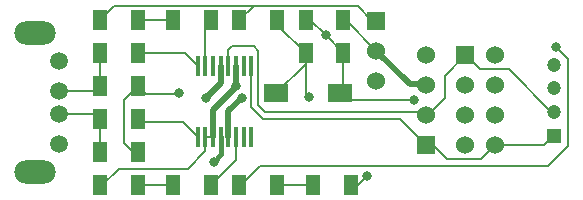
<source format=gtl>
G04 (created by PCBNEW (2013-07-07 BZR 4022)-stable) date 25/03/2015 14:08:15*
%MOIN*%
G04 Gerber Fmt 3.4, Leading zero omitted, Abs format*
%FSLAX34Y34*%
G01*
G70*
G90*
G04 APERTURE LIST*
%ADD10C,0.00590551*%
%ADD11R,0.0472441X0.0669291*%
%ADD12R,0.0472441X0.0472441*%
%ADD13C,0.0472441*%
%ADD14R,0.0118X0.0708661*%
%ADD15O,0.137795X0.0787402*%
%ADD16C,0.0590551*%
%ADD17R,0.0787402X0.0629921*%
%ADD18R,0.06X0.06*%
%ADD19C,0.06*%
%ADD20C,0.0314961*%
%ADD21C,0.019685*%
%ADD22C,0.00787402*%
%ADD23C,0.015748*%
G04 APERTURE END LIST*
G54D10*
G54D11*
X58346Y-35433D03*
X59606Y-35433D03*
X56141Y-40944D03*
X57401Y-40944D03*
X56141Y-35433D03*
X57401Y-35433D03*
X53700Y-38740D03*
X54960Y-38740D03*
X53700Y-36535D03*
X54960Y-36535D03*
X53700Y-39842D03*
X54960Y-39842D03*
X53700Y-37637D03*
X54960Y-37637D03*
X61811Y-35433D03*
X60551Y-35433D03*
X61811Y-36535D03*
X60551Y-36535D03*
X59606Y-40944D03*
X58346Y-40944D03*
G54D12*
X68818Y-39291D03*
G54D13*
X68818Y-38503D03*
X68818Y-37716D03*
X68818Y-36929D03*
G54D14*
X58489Y-36968D03*
X58233Y-36968D03*
X57977Y-36968D03*
X58745Y-36968D03*
X57210Y-39331D03*
X57466Y-39331D03*
X57722Y-39331D03*
X56954Y-39331D03*
X57210Y-36968D03*
X57722Y-36968D03*
X57466Y-36968D03*
X57977Y-39331D03*
X58233Y-39331D03*
X58489Y-39331D03*
X56954Y-36968D03*
X58745Y-39331D03*
G54D11*
X53700Y-40944D03*
X54960Y-40944D03*
X53700Y-35433D03*
X54960Y-35433D03*
X62047Y-40944D03*
X60787Y-40944D03*
G54D15*
X51515Y-35885D03*
X51515Y-40492D03*
G54D16*
X52342Y-38582D03*
X52342Y-37795D03*
X52342Y-36811D03*
X52342Y-39566D03*
G54D17*
X61692Y-37874D03*
X59566Y-37874D03*
G54D18*
X62913Y-35456D03*
G54D19*
X62913Y-36456D03*
X62913Y-37456D03*
G54D18*
X65877Y-36610D03*
G54D19*
X65877Y-37610D03*
X65877Y-38610D03*
X65877Y-39610D03*
X66877Y-36610D03*
X66877Y-37610D03*
X66877Y-38610D03*
X66877Y-39610D03*
G54D18*
X64566Y-39610D03*
G54D19*
X64566Y-38610D03*
X64566Y-37610D03*
X64566Y-36610D03*
G54D20*
X58233Y-37637D03*
X57480Y-40157D03*
X68897Y-36338D03*
X61220Y-35944D03*
X64173Y-38110D03*
X62598Y-40629D03*
X56338Y-37874D03*
X60649Y-38011D03*
X58425Y-38031D03*
X57244Y-38031D03*
G54D21*
X58233Y-36968D02*
X58233Y-37637D01*
X58233Y-37637D02*
X58233Y-37671D01*
X58233Y-37671D02*
X57466Y-38439D01*
X57466Y-38439D02*
X57466Y-39331D01*
G54D22*
X58897Y-34960D02*
X54173Y-34960D01*
X54173Y-34960D02*
X53700Y-35433D01*
X62913Y-35456D02*
X62779Y-35456D01*
X58818Y-34960D02*
X58346Y-35433D01*
X62283Y-34960D02*
X58897Y-34960D01*
X58897Y-34960D02*
X58818Y-34960D01*
X62779Y-35456D02*
X62283Y-34960D01*
X53700Y-40944D02*
X53779Y-40944D01*
X57210Y-39797D02*
X57210Y-39331D01*
X56614Y-40393D02*
X57210Y-39797D01*
X54330Y-40393D02*
X56614Y-40393D01*
X53779Y-40944D02*
X54330Y-40393D01*
X57466Y-39331D02*
X57322Y-39331D01*
X57322Y-39331D02*
X57210Y-39331D01*
G54D23*
X57722Y-39915D02*
X57722Y-39331D01*
X57480Y-40157D02*
X57722Y-39915D01*
G54D22*
X58346Y-40944D02*
X58385Y-40944D01*
X69291Y-36732D02*
X68897Y-36338D01*
X69291Y-39645D02*
X69291Y-36732D01*
X68622Y-40314D02*
X69291Y-39645D01*
X59015Y-40314D02*
X68622Y-40314D01*
X58385Y-40944D02*
X59015Y-40314D01*
X61692Y-37874D02*
X61811Y-37874D01*
X62047Y-38110D02*
X64173Y-38110D01*
X61811Y-37874D02*
X62047Y-38110D01*
X61811Y-36535D02*
X61811Y-37755D01*
X61811Y-37755D02*
X61692Y-37874D01*
X60551Y-35433D02*
X60708Y-35433D01*
X60708Y-35433D02*
X61220Y-35944D01*
X61220Y-35944D02*
X61811Y-36535D01*
X66877Y-39610D02*
X68500Y-39610D01*
X68500Y-39610D02*
X68818Y-39291D01*
X64566Y-39610D02*
X64807Y-39610D01*
X66409Y-40078D02*
X66877Y-39610D01*
X65275Y-40078D02*
X66409Y-40078D01*
X64807Y-39610D02*
X65275Y-40078D01*
X58745Y-36968D02*
X58745Y-38351D01*
X63696Y-38740D02*
X64566Y-39610D01*
X59133Y-38740D02*
X63696Y-38740D01*
X58745Y-38351D02*
X59133Y-38740D01*
X65877Y-36610D02*
X65901Y-36610D01*
X68740Y-38503D02*
X68818Y-38503D01*
X67322Y-37086D02*
X68740Y-38503D01*
X66377Y-37086D02*
X67322Y-37086D01*
X65901Y-36610D02*
X66377Y-37086D01*
X64566Y-38610D02*
X64618Y-38610D01*
X65196Y-37291D02*
X65877Y-36610D01*
X65196Y-38031D02*
X65196Y-37291D01*
X64618Y-38610D02*
X65196Y-38031D01*
X57977Y-36968D02*
X57977Y-36431D01*
X64460Y-38503D02*
X64566Y-38610D01*
X59212Y-38503D02*
X64460Y-38503D01*
X58976Y-38267D02*
X59212Y-38503D01*
X58976Y-36456D02*
X58976Y-38267D01*
X58818Y-36299D02*
X58976Y-36456D01*
X58110Y-36299D02*
X58818Y-36299D01*
X57977Y-36431D02*
X58110Y-36299D01*
X62047Y-40944D02*
X62283Y-40944D01*
X62283Y-40944D02*
X62598Y-40629D01*
G54D21*
X62913Y-36456D02*
X64015Y-37559D01*
X64015Y-37559D02*
X64515Y-37559D01*
X64515Y-37559D02*
X64566Y-37610D01*
G54D22*
X61811Y-35433D02*
X61889Y-35433D01*
X61889Y-35433D02*
X62913Y-36456D01*
X54960Y-37637D02*
X55236Y-37913D01*
X56299Y-37913D02*
X56338Y-37874D01*
X55236Y-37913D02*
X56299Y-37913D01*
X60551Y-36535D02*
X60551Y-37913D01*
X60551Y-37913D02*
X60649Y-38011D01*
G54D21*
X57977Y-39331D02*
X57977Y-38478D01*
X57977Y-38478D02*
X58425Y-38031D01*
X57722Y-36968D02*
X57722Y-37553D01*
X57722Y-37553D02*
X57244Y-38031D01*
G54D22*
X54960Y-39842D02*
X54803Y-39842D01*
X54488Y-38110D02*
X54960Y-37637D01*
X54488Y-39527D02*
X54488Y-38110D01*
X54803Y-39842D02*
X54488Y-39527D01*
X60551Y-36535D02*
X60551Y-36889D01*
X60551Y-36889D02*
X59566Y-37874D01*
X59606Y-35433D02*
X59606Y-35590D01*
X59606Y-35590D02*
X60551Y-36535D01*
X59606Y-40944D02*
X60787Y-40944D01*
X57210Y-36968D02*
X57210Y-35624D01*
X57210Y-35624D02*
X57401Y-35433D01*
X58233Y-39331D02*
X58233Y-40112D01*
X58233Y-40112D02*
X57401Y-40944D01*
X54960Y-40944D02*
X56141Y-40944D01*
X54960Y-35433D02*
X56141Y-35433D01*
X53700Y-37637D02*
X53700Y-36535D01*
X52342Y-37795D02*
X53543Y-37795D01*
X53543Y-37795D02*
X53700Y-37637D01*
X54960Y-38826D02*
X56449Y-38826D01*
X56449Y-38826D02*
X56954Y-39331D01*
X54960Y-36535D02*
X56520Y-36535D01*
X56520Y-36535D02*
X56954Y-36968D01*
X53700Y-38740D02*
X53700Y-39842D01*
X52342Y-38582D02*
X53543Y-38582D01*
X53543Y-38582D02*
X53700Y-38740D01*
M02*

</source>
